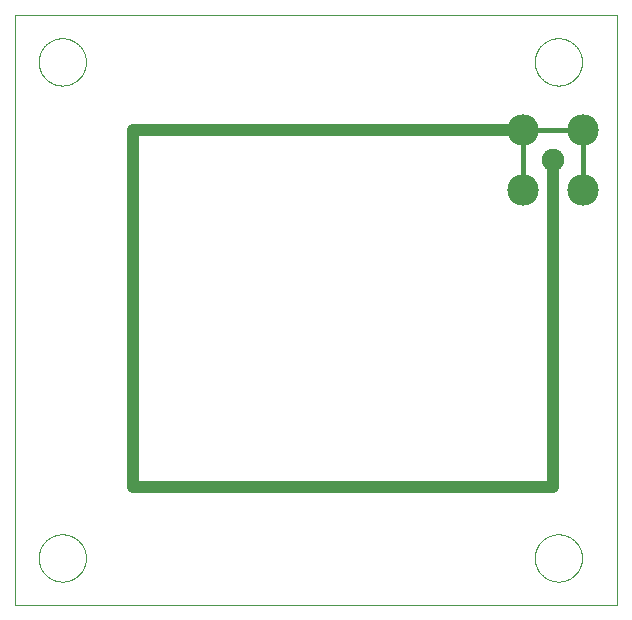
<source format=gtl>
G75*
%MOIN*%
%OFA0B0*%
%FSLAX25Y25*%
%IPPOS*%
%LPD*%
%AMOC8*
5,1,8,0,0,1.08239X$1,22.5*
%
%ADD10C,0.00000*%
%ADD11C,0.07500*%
%ADD12C,0.10500*%
%ADD13C,0.01600*%
%ADD14C,0.04000*%
D10*
X0001000Y0001000D02*
X0001000Y0197850D01*
X0201787Y0197850D01*
X0201787Y0001000D01*
X0001000Y0001000D01*
X0008874Y0016748D02*
X0008876Y0016941D01*
X0008883Y0017134D01*
X0008895Y0017327D01*
X0008912Y0017520D01*
X0008933Y0017712D01*
X0008959Y0017903D01*
X0008990Y0018094D01*
X0009025Y0018284D01*
X0009065Y0018473D01*
X0009110Y0018661D01*
X0009159Y0018848D01*
X0009213Y0019034D01*
X0009271Y0019218D01*
X0009334Y0019401D01*
X0009402Y0019582D01*
X0009473Y0019761D01*
X0009550Y0019939D01*
X0009630Y0020115D01*
X0009715Y0020288D01*
X0009804Y0020460D01*
X0009897Y0020629D01*
X0009994Y0020796D01*
X0010096Y0020961D01*
X0010201Y0021123D01*
X0010310Y0021282D01*
X0010424Y0021439D01*
X0010541Y0021592D01*
X0010661Y0021743D01*
X0010786Y0021891D01*
X0010914Y0022036D01*
X0011045Y0022177D01*
X0011180Y0022316D01*
X0011319Y0022451D01*
X0011460Y0022582D01*
X0011605Y0022710D01*
X0011753Y0022835D01*
X0011904Y0022955D01*
X0012057Y0023072D01*
X0012214Y0023186D01*
X0012373Y0023295D01*
X0012535Y0023400D01*
X0012700Y0023502D01*
X0012867Y0023599D01*
X0013036Y0023692D01*
X0013208Y0023781D01*
X0013381Y0023866D01*
X0013557Y0023946D01*
X0013735Y0024023D01*
X0013914Y0024094D01*
X0014095Y0024162D01*
X0014278Y0024225D01*
X0014462Y0024283D01*
X0014648Y0024337D01*
X0014835Y0024386D01*
X0015023Y0024431D01*
X0015212Y0024471D01*
X0015402Y0024506D01*
X0015593Y0024537D01*
X0015784Y0024563D01*
X0015976Y0024584D01*
X0016169Y0024601D01*
X0016362Y0024613D01*
X0016555Y0024620D01*
X0016748Y0024622D01*
X0016941Y0024620D01*
X0017134Y0024613D01*
X0017327Y0024601D01*
X0017520Y0024584D01*
X0017712Y0024563D01*
X0017903Y0024537D01*
X0018094Y0024506D01*
X0018284Y0024471D01*
X0018473Y0024431D01*
X0018661Y0024386D01*
X0018848Y0024337D01*
X0019034Y0024283D01*
X0019218Y0024225D01*
X0019401Y0024162D01*
X0019582Y0024094D01*
X0019761Y0024023D01*
X0019939Y0023946D01*
X0020115Y0023866D01*
X0020288Y0023781D01*
X0020460Y0023692D01*
X0020629Y0023599D01*
X0020796Y0023502D01*
X0020961Y0023400D01*
X0021123Y0023295D01*
X0021282Y0023186D01*
X0021439Y0023072D01*
X0021592Y0022955D01*
X0021743Y0022835D01*
X0021891Y0022710D01*
X0022036Y0022582D01*
X0022177Y0022451D01*
X0022316Y0022316D01*
X0022451Y0022177D01*
X0022582Y0022036D01*
X0022710Y0021891D01*
X0022835Y0021743D01*
X0022955Y0021592D01*
X0023072Y0021439D01*
X0023186Y0021282D01*
X0023295Y0021123D01*
X0023400Y0020961D01*
X0023502Y0020796D01*
X0023599Y0020629D01*
X0023692Y0020460D01*
X0023781Y0020288D01*
X0023866Y0020115D01*
X0023946Y0019939D01*
X0024023Y0019761D01*
X0024094Y0019582D01*
X0024162Y0019401D01*
X0024225Y0019218D01*
X0024283Y0019034D01*
X0024337Y0018848D01*
X0024386Y0018661D01*
X0024431Y0018473D01*
X0024471Y0018284D01*
X0024506Y0018094D01*
X0024537Y0017903D01*
X0024563Y0017712D01*
X0024584Y0017520D01*
X0024601Y0017327D01*
X0024613Y0017134D01*
X0024620Y0016941D01*
X0024622Y0016748D01*
X0024620Y0016555D01*
X0024613Y0016362D01*
X0024601Y0016169D01*
X0024584Y0015976D01*
X0024563Y0015784D01*
X0024537Y0015593D01*
X0024506Y0015402D01*
X0024471Y0015212D01*
X0024431Y0015023D01*
X0024386Y0014835D01*
X0024337Y0014648D01*
X0024283Y0014462D01*
X0024225Y0014278D01*
X0024162Y0014095D01*
X0024094Y0013914D01*
X0024023Y0013735D01*
X0023946Y0013557D01*
X0023866Y0013381D01*
X0023781Y0013208D01*
X0023692Y0013036D01*
X0023599Y0012867D01*
X0023502Y0012700D01*
X0023400Y0012535D01*
X0023295Y0012373D01*
X0023186Y0012214D01*
X0023072Y0012057D01*
X0022955Y0011904D01*
X0022835Y0011753D01*
X0022710Y0011605D01*
X0022582Y0011460D01*
X0022451Y0011319D01*
X0022316Y0011180D01*
X0022177Y0011045D01*
X0022036Y0010914D01*
X0021891Y0010786D01*
X0021743Y0010661D01*
X0021592Y0010541D01*
X0021439Y0010424D01*
X0021282Y0010310D01*
X0021123Y0010201D01*
X0020961Y0010096D01*
X0020796Y0009994D01*
X0020629Y0009897D01*
X0020460Y0009804D01*
X0020288Y0009715D01*
X0020115Y0009630D01*
X0019939Y0009550D01*
X0019761Y0009473D01*
X0019582Y0009402D01*
X0019401Y0009334D01*
X0019218Y0009271D01*
X0019034Y0009213D01*
X0018848Y0009159D01*
X0018661Y0009110D01*
X0018473Y0009065D01*
X0018284Y0009025D01*
X0018094Y0008990D01*
X0017903Y0008959D01*
X0017712Y0008933D01*
X0017520Y0008912D01*
X0017327Y0008895D01*
X0017134Y0008883D01*
X0016941Y0008876D01*
X0016748Y0008874D01*
X0016555Y0008876D01*
X0016362Y0008883D01*
X0016169Y0008895D01*
X0015976Y0008912D01*
X0015784Y0008933D01*
X0015593Y0008959D01*
X0015402Y0008990D01*
X0015212Y0009025D01*
X0015023Y0009065D01*
X0014835Y0009110D01*
X0014648Y0009159D01*
X0014462Y0009213D01*
X0014278Y0009271D01*
X0014095Y0009334D01*
X0013914Y0009402D01*
X0013735Y0009473D01*
X0013557Y0009550D01*
X0013381Y0009630D01*
X0013208Y0009715D01*
X0013036Y0009804D01*
X0012867Y0009897D01*
X0012700Y0009994D01*
X0012535Y0010096D01*
X0012373Y0010201D01*
X0012214Y0010310D01*
X0012057Y0010424D01*
X0011904Y0010541D01*
X0011753Y0010661D01*
X0011605Y0010786D01*
X0011460Y0010914D01*
X0011319Y0011045D01*
X0011180Y0011180D01*
X0011045Y0011319D01*
X0010914Y0011460D01*
X0010786Y0011605D01*
X0010661Y0011753D01*
X0010541Y0011904D01*
X0010424Y0012057D01*
X0010310Y0012214D01*
X0010201Y0012373D01*
X0010096Y0012535D01*
X0009994Y0012700D01*
X0009897Y0012867D01*
X0009804Y0013036D01*
X0009715Y0013208D01*
X0009630Y0013381D01*
X0009550Y0013557D01*
X0009473Y0013735D01*
X0009402Y0013914D01*
X0009334Y0014095D01*
X0009271Y0014278D01*
X0009213Y0014462D01*
X0009159Y0014648D01*
X0009110Y0014835D01*
X0009065Y0015023D01*
X0009025Y0015212D01*
X0008990Y0015402D01*
X0008959Y0015593D01*
X0008933Y0015784D01*
X0008912Y0015976D01*
X0008895Y0016169D01*
X0008883Y0016362D01*
X0008876Y0016555D01*
X0008874Y0016748D01*
X0174228Y0016748D02*
X0174230Y0016941D01*
X0174237Y0017134D01*
X0174249Y0017327D01*
X0174266Y0017520D01*
X0174287Y0017712D01*
X0174313Y0017903D01*
X0174344Y0018094D01*
X0174379Y0018284D01*
X0174419Y0018473D01*
X0174464Y0018661D01*
X0174513Y0018848D01*
X0174567Y0019034D01*
X0174625Y0019218D01*
X0174688Y0019401D01*
X0174756Y0019582D01*
X0174827Y0019761D01*
X0174904Y0019939D01*
X0174984Y0020115D01*
X0175069Y0020288D01*
X0175158Y0020460D01*
X0175251Y0020629D01*
X0175348Y0020796D01*
X0175450Y0020961D01*
X0175555Y0021123D01*
X0175664Y0021282D01*
X0175778Y0021439D01*
X0175895Y0021592D01*
X0176015Y0021743D01*
X0176140Y0021891D01*
X0176268Y0022036D01*
X0176399Y0022177D01*
X0176534Y0022316D01*
X0176673Y0022451D01*
X0176814Y0022582D01*
X0176959Y0022710D01*
X0177107Y0022835D01*
X0177258Y0022955D01*
X0177411Y0023072D01*
X0177568Y0023186D01*
X0177727Y0023295D01*
X0177889Y0023400D01*
X0178054Y0023502D01*
X0178221Y0023599D01*
X0178390Y0023692D01*
X0178562Y0023781D01*
X0178735Y0023866D01*
X0178911Y0023946D01*
X0179089Y0024023D01*
X0179268Y0024094D01*
X0179449Y0024162D01*
X0179632Y0024225D01*
X0179816Y0024283D01*
X0180002Y0024337D01*
X0180189Y0024386D01*
X0180377Y0024431D01*
X0180566Y0024471D01*
X0180756Y0024506D01*
X0180947Y0024537D01*
X0181138Y0024563D01*
X0181330Y0024584D01*
X0181523Y0024601D01*
X0181716Y0024613D01*
X0181909Y0024620D01*
X0182102Y0024622D01*
X0182295Y0024620D01*
X0182488Y0024613D01*
X0182681Y0024601D01*
X0182874Y0024584D01*
X0183066Y0024563D01*
X0183257Y0024537D01*
X0183448Y0024506D01*
X0183638Y0024471D01*
X0183827Y0024431D01*
X0184015Y0024386D01*
X0184202Y0024337D01*
X0184388Y0024283D01*
X0184572Y0024225D01*
X0184755Y0024162D01*
X0184936Y0024094D01*
X0185115Y0024023D01*
X0185293Y0023946D01*
X0185469Y0023866D01*
X0185642Y0023781D01*
X0185814Y0023692D01*
X0185983Y0023599D01*
X0186150Y0023502D01*
X0186315Y0023400D01*
X0186477Y0023295D01*
X0186636Y0023186D01*
X0186793Y0023072D01*
X0186946Y0022955D01*
X0187097Y0022835D01*
X0187245Y0022710D01*
X0187390Y0022582D01*
X0187531Y0022451D01*
X0187670Y0022316D01*
X0187805Y0022177D01*
X0187936Y0022036D01*
X0188064Y0021891D01*
X0188189Y0021743D01*
X0188309Y0021592D01*
X0188426Y0021439D01*
X0188540Y0021282D01*
X0188649Y0021123D01*
X0188754Y0020961D01*
X0188856Y0020796D01*
X0188953Y0020629D01*
X0189046Y0020460D01*
X0189135Y0020288D01*
X0189220Y0020115D01*
X0189300Y0019939D01*
X0189377Y0019761D01*
X0189448Y0019582D01*
X0189516Y0019401D01*
X0189579Y0019218D01*
X0189637Y0019034D01*
X0189691Y0018848D01*
X0189740Y0018661D01*
X0189785Y0018473D01*
X0189825Y0018284D01*
X0189860Y0018094D01*
X0189891Y0017903D01*
X0189917Y0017712D01*
X0189938Y0017520D01*
X0189955Y0017327D01*
X0189967Y0017134D01*
X0189974Y0016941D01*
X0189976Y0016748D01*
X0189974Y0016555D01*
X0189967Y0016362D01*
X0189955Y0016169D01*
X0189938Y0015976D01*
X0189917Y0015784D01*
X0189891Y0015593D01*
X0189860Y0015402D01*
X0189825Y0015212D01*
X0189785Y0015023D01*
X0189740Y0014835D01*
X0189691Y0014648D01*
X0189637Y0014462D01*
X0189579Y0014278D01*
X0189516Y0014095D01*
X0189448Y0013914D01*
X0189377Y0013735D01*
X0189300Y0013557D01*
X0189220Y0013381D01*
X0189135Y0013208D01*
X0189046Y0013036D01*
X0188953Y0012867D01*
X0188856Y0012700D01*
X0188754Y0012535D01*
X0188649Y0012373D01*
X0188540Y0012214D01*
X0188426Y0012057D01*
X0188309Y0011904D01*
X0188189Y0011753D01*
X0188064Y0011605D01*
X0187936Y0011460D01*
X0187805Y0011319D01*
X0187670Y0011180D01*
X0187531Y0011045D01*
X0187390Y0010914D01*
X0187245Y0010786D01*
X0187097Y0010661D01*
X0186946Y0010541D01*
X0186793Y0010424D01*
X0186636Y0010310D01*
X0186477Y0010201D01*
X0186315Y0010096D01*
X0186150Y0009994D01*
X0185983Y0009897D01*
X0185814Y0009804D01*
X0185642Y0009715D01*
X0185469Y0009630D01*
X0185293Y0009550D01*
X0185115Y0009473D01*
X0184936Y0009402D01*
X0184755Y0009334D01*
X0184572Y0009271D01*
X0184388Y0009213D01*
X0184202Y0009159D01*
X0184015Y0009110D01*
X0183827Y0009065D01*
X0183638Y0009025D01*
X0183448Y0008990D01*
X0183257Y0008959D01*
X0183066Y0008933D01*
X0182874Y0008912D01*
X0182681Y0008895D01*
X0182488Y0008883D01*
X0182295Y0008876D01*
X0182102Y0008874D01*
X0181909Y0008876D01*
X0181716Y0008883D01*
X0181523Y0008895D01*
X0181330Y0008912D01*
X0181138Y0008933D01*
X0180947Y0008959D01*
X0180756Y0008990D01*
X0180566Y0009025D01*
X0180377Y0009065D01*
X0180189Y0009110D01*
X0180002Y0009159D01*
X0179816Y0009213D01*
X0179632Y0009271D01*
X0179449Y0009334D01*
X0179268Y0009402D01*
X0179089Y0009473D01*
X0178911Y0009550D01*
X0178735Y0009630D01*
X0178562Y0009715D01*
X0178390Y0009804D01*
X0178221Y0009897D01*
X0178054Y0009994D01*
X0177889Y0010096D01*
X0177727Y0010201D01*
X0177568Y0010310D01*
X0177411Y0010424D01*
X0177258Y0010541D01*
X0177107Y0010661D01*
X0176959Y0010786D01*
X0176814Y0010914D01*
X0176673Y0011045D01*
X0176534Y0011180D01*
X0176399Y0011319D01*
X0176268Y0011460D01*
X0176140Y0011605D01*
X0176015Y0011753D01*
X0175895Y0011904D01*
X0175778Y0012057D01*
X0175664Y0012214D01*
X0175555Y0012373D01*
X0175450Y0012535D01*
X0175348Y0012700D01*
X0175251Y0012867D01*
X0175158Y0013036D01*
X0175069Y0013208D01*
X0174984Y0013381D01*
X0174904Y0013557D01*
X0174827Y0013735D01*
X0174756Y0013914D01*
X0174688Y0014095D01*
X0174625Y0014278D01*
X0174567Y0014462D01*
X0174513Y0014648D01*
X0174464Y0014835D01*
X0174419Y0015023D01*
X0174379Y0015212D01*
X0174344Y0015402D01*
X0174313Y0015593D01*
X0174287Y0015784D01*
X0174266Y0015976D01*
X0174249Y0016169D01*
X0174237Y0016362D01*
X0174230Y0016555D01*
X0174228Y0016748D01*
X0174228Y0182102D02*
X0174230Y0182295D01*
X0174237Y0182488D01*
X0174249Y0182681D01*
X0174266Y0182874D01*
X0174287Y0183066D01*
X0174313Y0183257D01*
X0174344Y0183448D01*
X0174379Y0183638D01*
X0174419Y0183827D01*
X0174464Y0184015D01*
X0174513Y0184202D01*
X0174567Y0184388D01*
X0174625Y0184572D01*
X0174688Y0184755D01*
X0174756Y0184936D01*
X0174827Y0185115D01*
X0174904Y0185293D01*
X0174984Y0185469D01*
X0175069Y0185642D01*
X0175158Y0185814D01*
X0175251Y0185983D01*
X0175348Y0186150D01*
X0175450Y0186315D01*
X0175555Y0186477D01*
X0175664Y0186636D01*
X0175778Y0186793D01*
X0175895Y0186946D01*
X0176015Y0187097D01*
X0176140Y0187245D01*
X0176268Y0187390D01*
X0176399Y0187531D01*
X0176534Y0187670D01*
X0176673Y0187805D01*
X0176814Y0187936D01*
X0176959Y0188064D01*
X0177107Y0188189D01*
X0177258Y0188309D01*
X0177411Y0188426D01*
X0177568Y0188540D01*
X0177727Y0188649D01*
X0177889Y0188754D01*
X0178054Y0188856D01*
X0178221Y0188953D01*
X0178390Y0189046D01*
X0178562Y0189135D01*
X0178735Y0189220D01*
X0178911Y0189300D01*
X0179089Y0189377D01*
X0179268Y0189448D01*
X0179449Y0189516D01*
X0179632Y0189579D01*
X0179816Y0189637D01*
X0180002Y0189691D01*
X0180189Y0189740D01*
X0180377Y0189785D01*
X0180566Y0189825D01*
X0180756Y0189860D01*
X0180947Y0189891D01*
X0181138Y0189917D01*
X0181330Y0189938D01*
X0181523Y0189955D01*
X0181716Y0189967D01*
X0181909Y0189974D01*
X0182102Y0189976D01*
X0182295Y0189974D01*
X0182488Y0189967D01*
X0182681Y0189955D01*
X0182874Y0189938D01*
X0183066Y0189917D01*
X0183257Y0189891D01*
X0183448Y0189860D01*
X0183638Y0189825D01*
X0183827Y0189785D01*
X0184015Y0189740D01*
X0184202Y0189691D01*
X0184388Y0189637D01*
X0184572Y0189579D01*
X0184755Y0189516D01*
X0184936Y0189448D01*
X0185115Y0189377D01*
X0185293Y0189300D01*
X0185469Y0189220D01*
X0185642Y0189135D01*
X0185814Y0189046D01*
X0185983Y0188953D01*
X0186150Y0188856D01*
X0186315Y0188754D01*
X0186477Y0188649D01*
X0186636Y0188540D01*
X0186793Y0188426D01*
X0186946Y0188309D01*
X0187097Y0188189D01*
X0187245Y0188064D01*
X0187390Y0187936D01*
X0187531Y0187805D01*
X0187670Y0187670D01*
X0187805Y0187531D01*
X0187936Y0187390D01*
X0188064Y0187245D01*
X0188189Y0187097D01*
X0188309Y0186946D01*
X0188426Y0186793D01*
X0188540Y0186636D01*
X0188649Y0186477D01*
X0188754Y0186315D01*
X0188856Y0186150D01*
X0188953Y0185983D01*
X0189046Y0185814D01*
X0189135Y0185642D01*
X0189220Y0185469D01*
X0189300Y0185293D01*
X0189377Y0185115D01*
X0189448Y0184936D01*
X0189516Y0184755D01*
X0189579Y0184572D01*
X0189637Y0184388D01*
X0189691Y0184202D01*
X0189740Y0184015D01*
X0189785Y0183827D01*
X0189825Y0183638D01*
X0189860Y0183448D01*
X0189891Y0183257D01*
X0189917Y0183066D01*
X0189938Y0182874D01*
X0189955Y0182681D01*
X0189967Y0182488D01*
X0189974Y0182295D01*
X0189976Y0182102D01*
X0189974Y0181909D01*
X0189967Y0181716D01*
X0189955Y0181523D01*
X0189938Y0181330D01*
X0189917Y0181138D01*
X0189891Y0180947D01*
X0189860Y0180756D01*
X0189825Y0180566D01*
X0189785Y0180377D01*
X0189740Y0180189D01*
X0189691Y0180002D01*
X0189637Y0179816D01*
X0189579Y0179632D01*
X0189516Y0179449D01*
X0189448Y0179268D01*
X0189377Y0179089D01*
X0189300Y0178911D01*
X0189220Y0178735D01*
X0189135Y0178562D01*
X0189046Y0178390D01*
X0188953Y0178221D01*
X0188856Y0178054D01*
X0188754Y0177889D01*
X0188649Y0177727D01*
X0188540Y0177568D01*
X0188426Y0177411D01*
X0188309Y0177258D01*
X0188189Y0177107D01*
X0188064Y0176959D01*
X0187936Y0176814D01*
X0187805Y0176673D01*
X0187670Y0176534D01*
X0187531Y0176399D01*
X0187390Y0176268D01*
X0187245Y0176140D01*
X0187097Y0176015D01*
X0186946Y0175895D01*
X0186793Y0175778D01*
X0186636Y0175664D01*
X0186477Y0175555D01*
X0186315Y0175450D01*
X0186150Y0175348D01*
X0185983Y0175251D01*
X0185814Y0175158D01*
X0185642Y0175069D01*
X0185469Y0174984D01*
X0185293Y0174904D01*
X0185115Y0174827D01*
X0184936Y0174756D01*
X0184755Y0174688D01*
X0184572Y0174625D01*
X0184388Y0174567D01*
X0184202Y0174513D01*
X0184015Y0174464D01*
X0183827Y0174419D01*
X0183638Y0174379D01*
X0183448Y0174344D01*
X0183257Y0174313D01*
X0183066Y0174287D01*
X0182874Y0174266D01*
X0182681Y0174249D01*
X0182488Y0174237D01*
X0182295Y0174230D01*
X0182102Y0174228D01*
X0181909Y0174230D01*
X0181716Y0174237D01*
X0181523Y0174249D01*
X0181330Y0174266D01*
X0181138Y0174287D01*
X0180947Y0174313D01*
X0180756Y0174344D01*
X0180566Y0174379D01*
X0180377Y0174419D01*
X0180189Y0174464D01*
X0180002Y0174513D01*
X0179816Y0174567D01*
X0179632Y0174625D01*
X0179449Y0174688D01*
X0179268Y0174756D01*
X0179089Y0174827D01*
X0178911Y0174904D01*
X0178735Y0174984D01*
X0178562Y0175069D01*
X0178390Y0175158D01*
X0178221Y0175251D01*
X0178054Y0175348D01*
X0177889Y0175450D01*
X0177727Y0175555D01*
X0177568Y0175664D01*
X0177411Y0175778D01*
X0177258Y0175895D01*
X0177107Y0176015D01*
X0176959Y0176140D01*
X0176814Y0176268D01*
X0176673Y0176399D01*
X0176534Y0176534D01*
X0176399Y0176673D01*
X0176268Y0176814D01*
X0176140Y0176959D01*
X0176015Y0177107D01*
X0175895Y0177258D01*
X0175778Y0177411D01*
X0175664Y0177568D01*
X0175555Y0177727D01*
X0175450Y0177889D01*
X0175348Y0178054D01*
X0175251Y0178221D01*
X0175158Y0178390D01*
X0175069Y0178562D01*
X0174984Y0178735D01*
X0174904Y0178911D01*
X0174827Y0179089D01*
X0174756Y0179268D01*
X0174688Y0179449D01*
X0174625Y0179632D01*
X0174567Y0179816D01*
X0174513Y0180002D01*
X0174464Y0180189D01*
X0174419Y0180377D01*
X0174379Y0180566D01*
X0174344Y0180756D01*
X0174313Y0180947D01*
X0174287Y0181138D01*
X0174266Y0181330D01*
X0174249Y0181523D01*
X0174237Y0181716D01*
X0174230Y0181909D01*
X0174228Y0182102D01*
X0008874Y0182102D02*
X0008876Y0182295D01*
X0008883Y0182488D01*
X0008895Y0182681D01*
X0008912Y0182874D01*
X0008933Y0183066D01*
X0008959Y0183257D01*
X0008990Y0183448D01*
X0009025Y0183638D01*
X0009065Y0183827D01*
X0009110Y0184015D01*
X0009159Y0184202D01*
X0009213Y0184388D01*
X0009271Y0184572D01*
X0009334Y0184755D01*
X0009402Y0184936D01*
X0009473Y0185115D01*
X0009550Y0185293D01*
X0009630Y0185469D01*
X0009715Y0185642D01*
X0009804Y0185814D01*
X0009897Y0185983D01*
X0009994Y0186150D01*
X0010096Y0186315D01*
X0010201Y0186477D01*
X0010310Y0186636D01*
X0010424Y0186793D01*
X0010541Y0186946D01*
X0010661Y0187097D01*
X0010786Y0187245D01*
X0010914Y0187390D01*
X0011045Y0187531D01*
X0011180Y0187670D01*
X0011319Y0187805D01*
X0011460Y0187936D01*
X0011605Y0188064D01*
X0011753Y0188189D01*
X0011904Y0188309D01*
X0012057Y0188426D01*
X0012214Y0188540D01*
X0012373Y0188649D01*
X0012535Y0188754D01*
X0012700Y0188856D01*
X0012867Y0188953D01*
X0013036Y0189046D01*
X0013208Y0189135D01*
X0013381Y0189220D01*
X0013557Y0189300D01*
X0013735Y0189377D01*
X0013914Y0189448D01*
X0014095Y0189516D01*
X0014278Y0189579D01*
X0014462Y0189637D01*
X0014648Y0189691D01*
X0014835Y0189740D01*
X0015023Y0189785D01*
X0015212Y0189825D01*
X0015402Y0189860D01*
X0015593Y0189891D01*
X0015784Y0189917D01*
X0015976Y0189938D01*
X0016169Y0189955D01*
X0016362Y0189967D01*
X0016555Y0189974D01*
X0016748Y0189976D01*
X0016941Y0189974D01*
X0017134Y0189967D01*
X0017327Y0189955D01*
X0017520Y0189938D01*
X0017712Y0189917D01*
X0017903Y0189891D01*
X0018094Y0189860D01*
X0018284Y0189825D01*
X0018473Y0189785D01*
X0018661Y0189740D01*
X0018848Y0189691D01*
X0019034Y0189637D01*
X0019218Y0189579D01*
X0019401Y0189516D01*
X0019582Y0189448D01*
X0019761Y0189377D01*
X0019939Y0189300D01*
X0020115Y0189220D01*
X0020288Y0189135D01*
X0020460Y0189046D01*
X0020629Y0188953D01*
X0020796Y0188856D01*
X0020961Y0188754D01*
X0021123Y0188649D01*
X0021282Y0188540D01*
X0021439Y0188426D01*
X0021592Y0188309D01*
X0021743Y0188189D01*
X0021891Y0188064D01*
X0022036Y0187936D01*
X0022177Y0187805D01*
X0022316Y0187670D01*
X0022451Y0187531D01*
X0022582Y0187390D01*
X0022710Y0187245D01*
X0022835Y0187097D01*
X0022955Y0186946D01*
X0023072Y0186793D01*
X0023186Y0186636D01*
X0023295Y0186477D01*
X0023400Y0186315D01*
X0023502Y0186150D01*
X0023599Y0185983D01*
X0023692Y0185814D01*
X0023781Y0185642D01*
X0023866Y0185469D01*
X0023946Y0185293D01*
X0024023Y0185115D01*
X0024094Y0184936D01*
X0024162Y0184755D01*
X0024225Y0184572D01*
X0024283Y0184388D01*
X0024337Y0184202D01*
X0024386Y0184015D01*
X0024431Y0183827D01*
X0024471Y0183638D01*
X0024506Y0183448D01*
X0024537Y0183257D01*
X0024563Y0183066D01*
X0024584Y0182874D01*
X0024601Y0182681D01*
X0024613Y0182488D01*
X0024620Y0182295D01*
X0024622Y0182102D01*
X0024620Y0181909D01*
X0024613Y0181716D01*
X0024601Y0181523D01*
X0024584Y0181330D01*
X0024563Y0181138D01*
X0024537Y0180947D01*
X0024506Y0180756D01*
X0024471Y0180566D01*
X0024431Y0180377D01*
X0024386Y0180189D01*
X0024337Y0180002D01*
X0024283Y0179816D01*
X0024225Y0179632D01*
X0024162Y0179449D01*
X0024094Y0179268D01*
X0024023Y0179089D01*
X0023946Y0178911D01*
X0023866Y0178735D01*
X0023781Y0178562D01*
X0023692Y0178390D01*
X0023599Y0178221D01*
X0023502Y0178054D01*
X0023400Y0177889D01*
X0023295Y0177727D01*
X0023186Y0177568D01*
X0023072Y0177411D01*
X0022955Y0177258D01*
X0022835Y0177107D01*
X0022710Y0176959D01*
X0022582Y0176814D01*
X0022451Y0176673D01*
X0022316Y0176534D01*
X0022177Y0176399D01*
X0022036Y0176268D01*
X0021891Y0176140D01*
X0021743Y0176015D01*
X0021592Y0175895D01*
X0021439Y0175778D01*
X0021282Y0175664D01*
X0021123Y0175555D01*
X0020961Y0175450D01*
X0020796Y0175348D01*
X0020629Y0175251D01*
X0020460Y0175158D01*
X0020288Y0175069D01*
X0020115Y0174984D01*
X0019939Y0174904D01*
X0019761Y0174827D01*
X0019582Y0174756D01*
X0019401Y0174688D01*
X0019218Y0174625D01*
X0019034Y0174567D01*
X0018848Y0174513D01*
X0018661Y0174464D01*
X0018473Y0174419D01*
X0018284Y0174379D01*
X0018094Y0174344D01*
X0017903Y0174313D01*
X0017712Y0174287D01*
X0017520Y0174266D01*
X0017327Y0174249D01*
X0017134Y0174237D01*
X0016941Y0174230D01*
X0016748Y0174228D01*
X0016555Y0174230D01*
X0016362Y0174237D01*
X0016169Y0174249D01*
X0015976Y0174266D01*
X0015784Y0174287D01*
X0015593Y0174313D01*
X0015402Y0174344D01*
X0015212Y0174379D01*
X0015023Y0174419D01*
X0014835Y0174464D01*
X0014648Y0174513D01*
X0014462Y0174567D01*
X0014278Y0174625D01*
X0014095Y0174688D01*
X0013914Y0174756D01*
X0013735Y0174827D01*
X0013557Y0174904D01*
X0013381Y0174984D01*
X0013208Y0175069D01*
X0013036Y0175158D01*
X0012867Y0175251D01*
X0012700Y0175348D01*
X0012535Y0175450D01*
X0012373Y0175555D01*
X0012214Y0175664D01*
X0012057Y0175778D01*
X0011904Y0175895D01*
X0011753Y0176015D01*
X0011605Y0176140D01*
X0011460Y0176268D01*
X0011319Y0176399D01*
X0011180Y0176534D01*
X0011045Y0176673D01*
X0010914Y0176814D01*
X0010786Y0176959D01*
X0010661Y0177107D01*
X0010541Y0177258D01*
X0010424Y0177411D01*
X0010310Y0177568D01*
X0010201Y0177727D01*
X0010096Y0177889D01*
X0009994Y0178054D01*
X0009897Y0178221D01*
X0009804Y0178390D01*
X0009715Y0178562D01*
X0009630Y0178735D01*
X0009550Y0178911D01*
X0009473Y0179089D01*
X0009402Y0179268D01*
X0009334Y0179449D01*
X0009271Y0179632D01*
X0009213Y0179816D01*
X0009159Y0180002D01*
X0009110Y0180189D01*
X0009065Y0180377D01*
X0009025Y0180566D01*
X0008990Y0180756D01*
X0008959Y0180947D01*
X0008933Y0181138D01*
X0008912Y0181330D01*
X0008895Y0181523D01*
X0008883Y0181716D01*
X0008876Y0181909D01*
X0008874Y0182102D01*
D11*
X0180331Y0149386D03*
D12*
X0190370Y0159425D03*
X0170292Y0159425D03*
X0170292Y0139347D03*
X0190370Y0139347D03*
D13*
X0190370Y0159425D01*
X0170292Y0159425D01*
X0170292Y0139347D01*
X0166355Y0158480D02*
X0166354Y0158480D01*
D14*
X0170292Y0159425D02*
X0040370Y0159425D01*
X0040370Y0040370D01*
X0180331Y0040370D01*
X0180331Y0149386D01*
M02*

</source>
